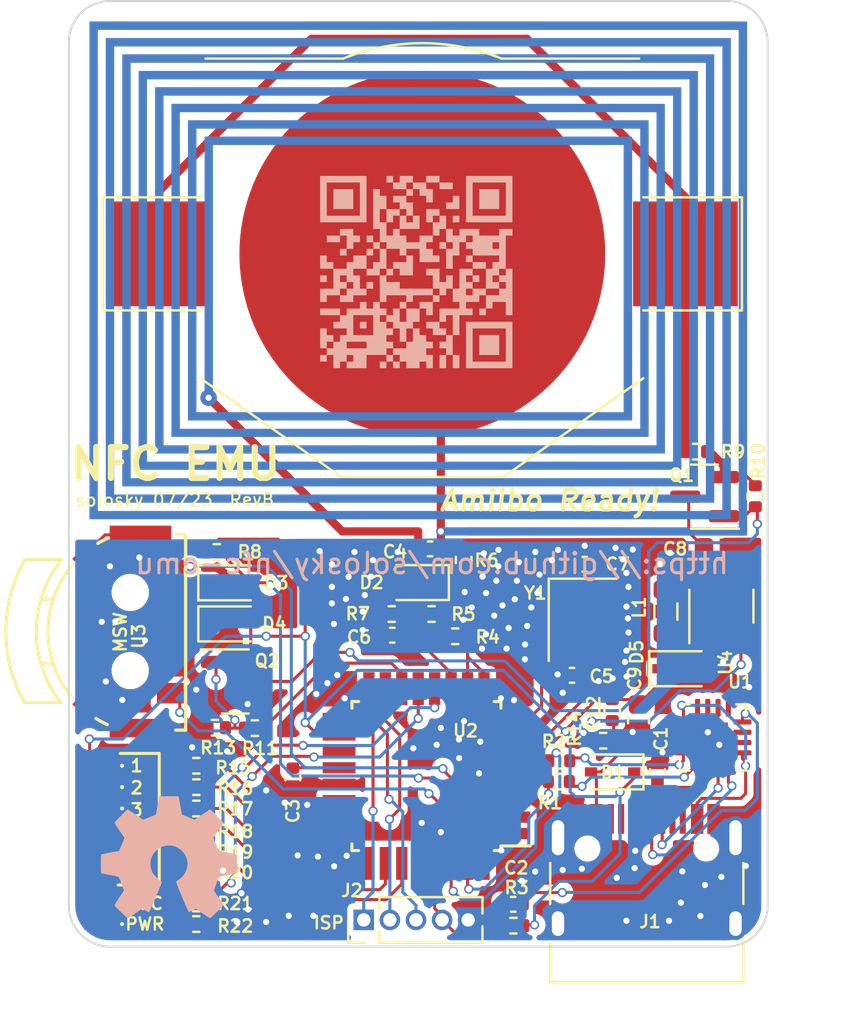
<source format=kicad_pcb>
(kicad_pcb (version 20211014) (generator pcbnew)
  (layers (0 "F.Cu" signal) (31 "B.Cu" signal) (34 "B.Paste" user) (35 "F.Paste" user) (36 "B.SilkS" user "B.Silkscreen") (37 "F.SilkS" user "F.Silkscreen") (38 "B.Mask" user) (39 "F.Mask" user) (44 "Edge.Cuts" user))
  (net 0 "")
  (net 1 "GND")
  (net 2 "/AIN1")
  (net 3 "Net-(C3-Pad1)")
  (net 4 "+BATT")
  (net 5 "Net-(C7-Pad1)")
  (net 6 "Net-(C1-Pad1)")
  (net 7 "+5V")
  (net 8 "/SPI_CLK")
  (net 9 "/SPI_MOSI")
  (net 10 "/SPI_MISO")
  (net 11 "/RESET")
  (net 12 "/AIN0")
  (net 13 "Net-(C5-Pad1)")
  (net 14 "Net-(AE1-Pad2)")
  (net 15 "/K2")
  (net 16 "VBUS")
  (net 17 "Net-(D4-Pad2)")
  (net 18 "Net-(D2-Pad1)")
  (net 19 "Net-(D6-Pad1)")
  (net 20 "Net-(D7-Pad1)")
  (net 21 "Net-(D8-Pad1)")
  (net 22 "Net-(D9-Pad1)")
  (net 23 "Net-(D10-Pad1)")
  (net 24 "Net-(D11-Pad1)")
  (net 25 "Net-(D12-Pad1)")
  (net 26 "Net-(Q2-Pad1)")
  (net 27 "/PWR_HOLD")
  (net 28 "/TXD")
  (net 29 "/D1")
  (net 30 "/RXD")
  (net 31 "/D2")
  (net 32 "/D3")
  (net 33 "/D4")
  (net 34 "/D5")
  (net 35 "/D5+")
  (net 36 "/D_STA")
  (net 37 "/K1")
  (net 38 "/K3")
  (net 39 "Net-(D5-Pad2)")
  (net 40 "Net-(D13-Pad1)")
  (net 41 "/K2_DET")
  (net 42 "/DTR")
  (net 44 "/D+")
  (net 45 "/D-")
  (net 49 "Net-(Q1-Pad2)")
  (net 50 "Net-(R1-Pad2)")
  (net 51 "Net-(R2-Pad2)")
  (net 52 "Net-(R12-Pad2)")
  (net 61 "Net-(U3-Pad5)")
  (net 63 "Net-(C8-Pad1)")
  (footprint "LED_SMD:LED_0402_1005Metric" (layer "F.Cu") (at 121.5 108.24 180)
    (fp_text reference "D7" hide)
    (fp_text value "LED_Small")
  )
  (footprint "Capacitor_SMD:C_0402_1005Metric" (layer "F.Cu") (at 137.58 96.65)
    (fp_text reference "C4")
    (fp_text value "51p")
  )
  (footprint "Resistor_SMD:R_0402_1005Metric" (layer "F.Cu") (at 127.2 96.8 180)
    (fp_text reference "R8")
    (fp_text value "10K")
  )
  (footprint "Connector_USB:USB_C_Receptacle_HRO_TYPE-C-31-M-12" (layer "F.Cu") (at 148.12 113.83)
    (fp_text reference "J1")
    (fp_text value "USB_C_Receptacle_USB2.0")
  )
  (footprint "LED_SMD:LED_0402_1005Metric" (layer "F.Cu") (at 121.5 113.9 180)
    (fp_text reference "D12" hide)
    (fp_text value "LED_Small")
  )
  (footprint "LED_SMD:LED_0402_1005Metric" (layer "F.Cu") (at 121.5 112.4 180)
    (fp_text reference "D11" hide)
    (fp_text value "LED_Small")
  )
  (footprint "Resistor_SMD:R_0402_1005Metric" (layer "F.Cu") (at 126.2 114.9 180)
    (fp_text reference "R22")
    (fp_text value "20K")
  )
  (footprint "Resistor_SMD:R_0402_1005Metric" (layer "F.Cu") (at 141.63 114.98)
    (fp_text reference "R3")
    (fp_text value "10K")
  )
  (footprint "Capacitor_SMD:C_0402_1005Metric" (layer "F.Cu") (at 141.62 113.94 180)
    (fp_text reference "C2")
    (fp_text value "0.1uF")
  )
  (footprint "Resistor_SMD:R_0402_1005Metric" (layer "F.Cu") (at 126.2 113.9 180)
    (fp_text reference "R21")
    (fp_text value "20K")
  )
  (footprint "Package_TO_SOT_SMD:SOT-23" (layer "F.Cu") (at 128.1 103.1)
    (fp_text reference "Q2")
    (fp_text value "Q_NPN_BEC")
  )
  (footprint "Diode_SMD:D_SOD-323" (layer "F.Cu") (at 149.74 102.48)
    (fp_text reference "D5")
    (fp_text value "D_Small")
  )
  (footprint "Diode_SMD:D_SOD-323" (layer "F.Cu") (at 127.8 100.3)
    (fp_text reference "D4")
    (fp_text value "D_Small")
  )
  (footprint "Package_DFN_QFN:QFN-16-1EP_3x3mm_P0.5mm_EP1.45x1.45mm" (layer "F.Cu") (at 151.34 105.82)
    (fp_text reference "U1")
    (fp_text value "CH343P")
  )
  (footprint "Resistor_SMD:R_0402_1005Metric" (layer "F.Cu") (at 126.2 110.32 180)
    (fp_text reference "R18")
    (fp_text value "20K")
  )
  (footprint "Resistor_SMD:R_0402_1005Metric" (layer "F.Cu") (at 138.8 100.9 180)
    (fp_text reference "R4")
    (fp_text value "470")
  )
  (footprint "Resistor_SMD:R_0402_1005Metric" (layer "F.Cu") (at 146.44 104.49 -90)
    (fp_text reference "R12")
    (fp_text value "560K")
  )
  (footprint "Resistor_SMD:R_0402_1005Metric" (layer "F.Cu") (at 126.2 108.24 180)
    (fp_text reference "R16")
    (fp_text value "20K")
  )
  (footprint "Package_TO_SOT_SMD:TSOT-23-6" (layer "F.Cu") (at 151.75 99.44 90)
    (fp_text reference "U4")
    (fp_text value "SX1308")
  )
  (footprint "LED_SMD:LED_0402_1005Metric" (layer "F.Cu") (at 121.5 110.32 180)
    (fp_text reference "D9" hide)
    (fp_text value "LED_Small")
  )
  (footprint "Capacitor_SMD:C_0402_1005Metric" (layer "F.Cu") (at 144.48 102.8 180)
    (fp_text reference "C5")
    (fp_text value "22pF")
  )
  (footprint "LED_SMD:LED_0402_1005Metric" (layer "F.Cu") (at 121.5 114.9 180)
    (fp_text reference "D13" hide)
    (fp_text value "LED_Small")
  )
  (footprint "Battery:BatteryHolder_Keystone_3002_1x2032" (layer "F.Cu") (at 137.2 82.3)
    (fp_text reference "BT1" hide)
    (fp_text value "Battery_Cell")
  )
  (footprint "Capacitor_SMD:C_0402_1005Metric" (layer "F.Cu") (at 145.1 97.4)
    (fp_text reference "C7")
    (fp_text value "22pF")
  )
  (footprint "Resistor_SMD:R_0402_1005Metric" (layer "F.Cu") (at 143.84 107.97)
    (fp_text reference "R1")
    (fp_text value "470")
  )
  (footprint "LED_SMD:LED_0402_1005Metric" (layer "F.Cu") (at 121.5 109.28 180)
    (fp_text reference "D8" hide)
    (fp_text value "LED_Small")
  )
  (footprint "Capacitor_SMD:C_0402_1005Metric" (layer "F.Cu") (at 135.74 100.85 180)
    (fp_text reference "C6")
    (fp_text value "10nF")
  )
  (footprint "Diode_SMD:D_SOD-323" (layer "F.Cu") (at 136.99 98.29 180)
    (fp_text reference "D2")
    (fp_text value "D_Small")
  )
  (footprint "Resistor_SMD:R_0402_1005Metric" (layer "F.Cu") (at 137.65 99.82)
    (fp_text reference "R5")
    (fp_text value "20K")
  )
  (footprint "Diode_SMD:D_SOD-323" (layer "F.Cu") (at 127.8 98.3)
    (fp_text reference "D3")
    (fp_text value "D_Small")
  )
  (footprint "Diode_SMD:D_SOD-323" (layer "F.Cu") (at 146.46 107.5 180)
    (fp_text reference "D1")
    (fp_text value "1N5819")
  )
  (footprint "Resistor_SMD:R_0402_1005Metric" (layer "F.Cu") (at 126.2 112.4 180)
    (fp_text reference "R20")
    (fp_text value "20K")
  )
  (footprint "Resistor_SMD:R_0402_1005Metric" (layer "F.Cu") (at 126.2 111.36 180)
    (fp_text reference "R19")
    (fp_text value "20K")
  )
  (footprint "LED_SMD:LED_0402_1005Metric" (layer "F.Cu") (at 121.5 111.36 180)
    (fp_text reference "D10" hide)
    (fp_text value "LED_Small")
  )
  (footprint "Package_QFP:TQFP-32_7x7mm_P0.8mm" (layer "F.Cu") (at 137.4 107.7 180)
    (fp_text reference "U2")
    (fp_text value "ATmega328P-A")
  )
  (footprint "Capacitor_SMD:C_0603_1608Metric" (layer "F.Cu") (at 147.72 104.995 -90)
    (fp_text reference "C9")
    (fp_text value "10uF")
  )
  (footprint "Capacitor_SMD:C_0402_1005Metric" (layer "F.Cu") (at 130.9 107.8 -90)
    (fp_text reference "C3")
    (fp_text value "0.1uF")
  )
  (footprint "Connector_PinHeader_1.27mm:PinHeader_1x05_P1.27mm_Vertical" (layer "F.Cu") (at 134.35 114.7 90)
    (fp_text reference "J2")
    (fp_text value "Conn_01x05")
  )
  (footprint "Resistor_SMD:R_0402_1005Metric" (layer "F.Cu") (at 150.52 91.92 180)
    (fp_text reference "R9")
    (fp_text value "0")
  )
  (footprint "Resistor_SMD:R_0402_1005Metric" (layer "F.Cu") (at 126.2 107.2 180)
    (fp_text reference "R15")
    (fp_text value "20K")
  )
  (footprint "Resistor_SMD:R_0402_1005Metric" (layer "F.Cu") (at 143.86 106.96)
    (fp_text reference "R2")
    (fp_text value "470")
  )
  (footprint "Capacitor_SMD:C_0402_1005Metric" (layer "F.Cu") (at 148.64 107.48 90)
    (fp_text reference "C1")
    (fp_text value "0.1uF")
  )
  (footprint "Capacitor_SMD:C_0603_1608Metric" (layer "F.Cu") (at 151.68 96.6)
    (fp_text reference "C8")
    (fp_text value "10uF")
  )
  (footprint "LED_SMD:LED_0402_1005Metric" (layer "F.Cu") (at 121.5 107.2 180)
    (fp_text reference "D6" hide)
    (fp_text value "LED_Small")
  )
  (footprint "Resistor_SMD:R_0402_1005Metric" (layer "F.Cu") (at 139.21 97.19 -90)
    (fp_text reference "R6")
    (fp_text value "2K")
  )
  (footprint "MyLib:MSW" (layer "F.Cu") (at 123.9865 100.67 90)
    (fp_text reference "U3")
    (fp_text value "MSW")
  )
  (footprint "Resistor_SMD:R_0402_1005Metric" (layer "F.Cu") (at 129.05 105.37)
    (fp_text reference "R11")
    (fp_text value "1K")
  )
  (footprint "Inductor_SMD:L_0805_2012Metric" (layer "F.Cu") (at 149.05 99.7 90)
    (fp_text reference "L1")
    (fp_text value "4.7uH")
  )
  (footprint "Crystal:Crystal_SMD_3225-4Pin_3.2x2.5mm" (layer "F.Cu") (at 145 100.1 -90)
    (fp_text reference "Y1")
    (fp_text value "13.56Mhz")
  )
  (footprint "Resistor_SMD:R_0402_1005Metric" (layer "F.Cu") (at 126.2 109.28 180)
    (fp_text reference "R17")
    (fp_text value "20K")
  )
  (footprint "Resistor_SMD:R_0402_1005Metric" (layer "F.Cu") (at 127.11 105.35)
    (fp_text reference "R13")
    (fp_text value "10K")
  )
  (footprint "Resistor_SMD:R_0402_1005Metric" (layer "F.Cu") (at 153.4 94.09 90)
    (fp_text reference "R10")
    (fp_text value "10K")
  )
  (footprint "Package_TO_SOT_SMD:SOT-23" (layer "F.Cu") (at 150.93 94.11 180)
    (fp_text reference "Q1")
    (fp_text value "AO3401A")
  )
  (footprint "Resistor_SMD:R_0402_1005Metric" (layer "F.Cu") (at 135.71 99.82)
    (fp_text reference "R7")
    (fp_text value "20K")
  )
  (footprint "Resistor_SMD:R_0402_1005Metric" (layer "F.Cu") (at 146 105.98)
    (fp_text reference "R14")
    (fp_text value "100K")
  )
  (footprint "Symbol:OSHW-Symbol_6.7x6mm_SilkScreen" (layer "B.Cu") (at 124.879251 111.663905 180)
    (fp_text reference "REF**" hide)
    (fp_text value "OSHW-Symbol_6.7x6mm_SilkScreen" hide)
  )
  (footprint "MyLib:nfc_emu" (layer "B.Cu") (at 136.91 83.18 180)
    (fp_text reference "G***" hide)
    (fp_text value "LOGO" hide)
  )
  (footprint "MyLib:NFC_ANT2" (layer "B.Cu") (at 137 83 180)
    (fp_text reference "AE1" hide)
    (fp_text value "Antenna_Loop" hide)
  )
  (gr_line (start 124.2 106.6) (end 124.4 106.6) (layer "F.SilkS") (width 0.15))
  (gr_line (start 124.4 113) (end 122.4 113) (layer "F.SilkS") (width 0.15))
  (gr_line (start 122.5 106.6) (end 124.2 106.6) (layer "F.SilkS") (width 0.15))
  (gr_line (start 124.4 106.6) (end 124.4 113) (layer "F.SilkS") (width 0.15))
  (gr_line (start 122 116) (end 152 116) (layer "Edge.Cuts") (width 0.1))
  (gr_arc (start 122 116) (mid 120.585786 115.414214) (end 120 114) (layer "Edge.Cuts") (width 0.1))
  (gr_line (start 152 70) (end 122 70) (layer "Edge.Cuts") (width 0.1))
  (gr_arc (start 120 72) (mid 120.585786 70.585786) (end 122 70) (layer "Edge.Cuts") (width 0.1))
  (gr_line (start 154 114) (end 154 72) (layer "Edge.Cuts") (width 0.1))
  (gr_arc (start 154 114) (mid 153.414214 115.414214) (end 152 116) (layer "Edge.Cuts") (width 0.1))
  (gr_arc (start 152 70) (mid 153.414214 70.585786) (end 154 72) (layer "Edge.Cuts") (width 0.1))
  (gr_line (start 120 72) (end 120 114) (layer "Edge.Cuts") (width 0.1))
  (gr_text "https://github.com/solosky/nfc-emu" (at 137.67 97.36) (layer "B.SilkS") (effects (font (size 1 1)) (justify mirror)))
  (gr_text "PWR" (at 123.7 114.9) (layer "F.SilkS") (effects (font (size 0.6 0.6) (thickness 0.12))))
  (gr_text "ISP" (at 132.65 114.84) (layer "F.SilkS") (effects (font (size 0.6 0.6) (thickness 0.12))))
  (gr_text "2" (at 123.3 108.275) (layer "F.SilkS") (effects (font (size 0.6 0.6) (thickness 0.12))))
  (gr_text "3" (at 123.3 109.35) (layer "F.SilkS") (effects (font (size 0.6 0.6) (thickness 0.12))))
  (gr_text "NFC" (at 123.7 113.9) (layer "F.SilkS") (effects (font (size 0.6 0.6) (thickness 0.12))))
  (gr_text "solosky 07/23" (at 123.66 94.28) (layer "F.SilkS") (effects (font (size 0.6 0.6) (thickness 0.1))))
  (gr_text "5" (at 123.3 111.5) (layer "F.SilkS") (effects (font (size 0.6 0.6) (thickness 0.12))))
  (gr_text "5+" (at 123.5 112.5) (layer "F.SilkS") (effects (font (size 0.6 0.6) (thickness 0.12))))
  (gr_text "4" (at 123.3 110.425) (layer "F.SilkS") (effects (font (size 0.6 0.6) (thickness 0.12))))
  (gr_text "Amiibo Ready!" (at 143.4 94.28) (layer "F.SilkS") (effects (font (size 1 1) (thickness 0.2) italic)))
  (gr_text "1" (at 123.3 107.2) (layer "F.SilkS") (effects (font (size 0.6 0.6) (thickness 0.12))))
  (gr_text "RevB" (at 128.9 94.26) (layer "F.SilkS") (effects (font (size 0.6 0.6) (thickness 0.1))))
  (gr_text "NFC EMU" (at 125.19 92.52) (layer "F.SilkS") (effects (font (size 1.5 1.5) (thickness 0.3))))
  (segment (start 127.1625 104.05) (end 126.75 104.05) (width 0.15) (layer "F.Cu") (net 1))
  (segment (start 148.64 107) (end 148.64 106.7864) (width 0.15) (layer "F.Cu") (net 1))
  (segment (start 126.6 105.35) (end 126.6 104.6125) (width 0.15) (layer "F.Cu") (net 1))
  (segment (start 151.09 105.57) (end 151.34 105.82) (width 0.15) (layer "F.Cu") (net 1))
  (segment (start 144.87 109.785) (end 144.715 109.785) (width 0.15) (layer "F.Cu") (net 1))
  (segment (start 152.285 110.7) (end 151.37 109.785) (width 0.15) (layer "F.Cu") (net 1))
  (segment (start 138.1 96.32) (end 138.1 96.61) (width 0.4) (layer "F.Cu") (net 1))
  (segment (start 152.44 110.7) (end 152.285 110.7) (width 0.15) (layer "F.Cu") (net 1))
  (segment (start 126.6 104.6125) (end 127.1625 104.05) (width 0.15) (layer "F.Cu") (net 1))
  (segment (start 138.1 83.2) (end 137.2 82.3) (width 0.15) (layer "F.Cu") (net 1))
  (segment (start 126.75 104.05) (end 126.2 103.5) (width 0.15) (layer "F.Cu") (net 1))
  (segment (start 138.1 95.8) (end 138.1 96.32) (width 0.4) (layer "F.Cu") (net 1))
  (segment (start 138.1 96.61) (end 138.06 96.65) (width 0.15) (layer "F.Cu") (net 1))
  (segment (start 149.9025 105.57) (end 151.09 105.57) (width 0.15) (layer "F.Cu") (net 1))
  (segment (start 148.64 106.7864) (end 148.8832 106.5432) (width 0.15) (layer "F.Cu") (net 1))
  (segment (start 138.1 95.8) (end 138.1 83.2) (width 0.4) (layer "F.Cu") (net 1))
  (segment (start 144.715 109.785) (end 143.8 110.7) (width 0.15) (layer "F.Cu") (net 1))
  (via (at 132.8 98.5) (size 0.45) (drill 0.3) (layers "F.Cu" "B.Cu") (net 1))
  (via (at 132.9 100.3) (size 0.45) (drill 0.3) (layers "F.Cu" "B.Cu") (net 1))
  (via (at 147.44 96.68) (size 0.45) (drill 0.3) (layers "F.Cu" "B.Cu") (net 1))
  (via (at 122.26 100.18) (size 0.45) (drill 0.3) (layers "F.Cu" "B.Cu") (net 1))
  (via (at 141.9 97.3) (size 0.45) (drill 0.3) (layers "F.Cu" "B.Cu") (net 1))
  (via (at 134.7 98) (size 0.45) (drill 0.3) (layers "F.Cu" "B.Cu") (net 1))
  (via (at 147.13 99.46) (size 0.45) (drill 0.3) (layers "F.Cu" "B.Cu") (net 1))
  (via (at 132.8 97.4) (size 0.45) (drill 0.3) (layers "F.Cu" "B.Cu") (net 1))
  (via (at 131.9 114.5) (size 0.45) (drill 0.3) (layers "F.Cu" "B.Cu") (net 1))
  (via (at 147.2 100.03) (size 0.45) (drill 0.3) (layers "F.Cu" "B.Cu") (net 1))
  (via (at 131.6 109.1) (size 0.45) (drill 0.3) (layers "F.Cu" "B.Cu") (net 1))
  (via (at 122.6 104) (size 0.45) (drill 0.3) (layers "F.Cu" "B.Cu") (net 1))
  (via (at 123.7 101.1) (size 0.45) (drill 0.3) (layers "F.Cu" "B.Cu") (net 1))
  (via (at 139.2 100.1) (size 0.45) (drill 0.3) (layers "F.Cu" "B.Cu") (net 1))
  (via (at 134.8 97.2) (size 0.45) (drill 0.3) (layers "F.Cu" "B.Cu") (net 1))
  (via (at 142.2 101.3) (size 0.45) (drill 0.3) (layers "F.Cu" "B.Cu") (net 1))
  (via (at 138.98 105.92) (size 0.45) (drill 0.3) (layers "F.Cu" "B.Cu") (net 1))
  (via (at 140.02 106.03) (size 0.45) (drill 0.3) (layers "F.Cu" "B.Cu") (net 1))
  (via (at 141.3 101.5) (size 0.45) (drill 0.3) (layers "F.Cu" "B.Cu") (net 1))
  (via (at 134.4 98.9) (size 0.45) (drill 0.3) (layers "F.Cu" "B.Cu") (net 1))
  (via (at 128.72 114.19) (size 0.45) (drill 0.3) (layers "F.Cu" "B.Cu") (net 1))
  (via (at 121.6 100.2) (size 0.45) (drill 0.3) (layers "F.Cu" "B.Cu") (net 1))
  (via (at 134.3 99.7) (size 0.45) (drill 0.3) (layers "F.Cu" "B.Cu") (net 1))
  (via (at 142.5 99.5) (size 0.45) (drill 0.3) (layers "F.Cu" "B.Cu") (net 1))
  (via (at 128.4 113.4) (size 0.45) (drill 0.3) (layers "F.Cu" "B.Cu") (net 1))
  (via (at 142.69 112.35) (size 0.45) (drill 0.3) (layers "F.Cu" "B.Cu") (net 1))
  (via (at 140.9 97.5) (size 0.45) (drill 0.3) (layers "F.Cu" "B.Cu") (net 1))
  (via (at 141.1 99.4) (size 0.45) (drill 0.3) (layers "F.Cu" "B.Cu") (net 1))
  (via (at 147.23 100.72) (size 0.45) (drill 0.3) (layers "F.Cu" "B.Cu") (net 1))
  (via (at 151.65 106.18) (size 0.45) (drill 0.3) (layers "F.Cu" "B.Cu") (net 1))
  (via (at 146.66 112.65) (size 0.45) (drill 0.3) (layers "F.Cu" "B.Cu") (net 1))
  (via (at 153.1 103.38) (size 0.45) (drill 0.3) (layers "F.Cu" "B.Cu") (net 1))
  (via (at 126 106.3) (size 0.45) (drill 0.3) (layers "F.Cu" "B.Cu") (net 1))
  (via (at 144.03 103.65) (size 0.45) (drill 0.3) (layers "F.Cu" "B.Cu") (net 1))
  (via (at 140.13 98) (size 0.45) (drill 0.3) (layers "F.Cu" "B.Cu") (net 1))
  (via (at 149.2 114.74) (size 0.45) (drill 0.3) (layers "F.Cu" "B.Cu") (net 1))
  (via (at 142.9 97.9) (size 0.45) (drill 0.3) (layers "F.Cu" "B.Cu") (net 1))
  (via (at 150.95 113) (size 0.45) (drill 0.3) (layers "F.Cu" "B.Cu") (net 1))
  (via (at 130.7 114.5) (size 0.45) (drill 0.3) (layers "F.Cu" "B.Cu") (net 1))
  (via (at 140.1 101.5) (size 0.45) (drill 0.3) (layers "F.Cu" "B.Cu") (net 1))
  (via (at 131.13 111.56) (size 0.45) (drill 0.3) (layers "F.Cu" "B.Cu") (net 1))
  (via (at 142.3 100.4) (size 0.45) (drill 0.3) (layers "F.Cu" "B.Cu") (net 1))
  (via (at 128.7 104.2) (size 0.45) (drill 0.3) (layers "F.Cu" "B.Cu") (net 1))
  (via (at 145.1 96.5) (size 0.45) (drill 0.3) (layers "F.Cu" "B.Cu") (net 1))
  (via (at 147.06 102.15) (size 0.45) (drill 0.3) (layers "F.Cu" "B.Cu") (net 1))
  (via (at 142.19 102.02) (size 0.45) (drill 0.3) (layers "F.Cu" "B.Cu") (net 1))
  (via (at 133.9 96.8) (size 0.45) (drill 0.3) (layers "F.Cu" "B.Cu") (net 1))
  (via (at 122 97.5) (size 0.45) (drill 0.3) (layers "F.Cu" "B.Cu") (net 1))
  (via (at 144.96 112.21) (size 0.45) (drill 0.3) (layers "F.Cu" "B.Cu") (net 1))
  (via (at 133.48 99.09) (size 0.45) (drill 0.3) (layers "F.Cu" "B.Cu") (net 1))
  (via (at 141.8 98.2) (size 0.45) (drill 0.3) (layers "F.Cu" "B.Cu") (net 1))
  (via (at 140.3 98.8) (size 0.45) (drill 0.3) (layers "F.Cu" "B.Cu") (net 1))
  (via (at 138.1 95.8) (size 0.45) (drill 0.3) (layers "F.Cu" "B.Cu") (net 1))
  (via (at 127.7 106.5) (size 0.45) (drill 0.3) (layers "F.Cu" "B.Cu") (net 1))
  (via (at 141.66 104.01) (size 0.45) (drill 0.3) (layers "F.Cu" "B.Cu") (net 1))
  (via (at 141.7 99.1) (size 0.45) (drill 0.3) (layers "F.Cu" "B.Cu") (net 1))
  (via (at 146.95 97.16) (size 0.45) (drill 0.3) (layers "F.Cu" "B.Cu") (net 1))
  (via (at 140.3 100.8) (size 0.45) (drill 0.3) (layers "F.Cu" "B.Cu") (net 1))
  (via (at 139.6 99.5) (size 0.45) (drill 0.3) (layers "F.Cu" "B.Cu") (net 1))
  (via (at 134.3 100.6) (size 0.45) (drill 0.3) (layers "F.Cu" "B.Cu") (net 1))
  (via (at 144.03 112.27) (size 0.45) (drill 0.3) (layers "F.Cu" "B.Cu") (net 1))
  (via (at 151.09 105.57) (size 0.45) (drill 0.3) (layers "F.Cu" "B.Cu") (net 1))
  (via (at 139.23 105.03) (size 0.45) (drill 0.3) (layers "F.Cu" "B.Cu") (net 1))
  (via (at 147.13 101.6005) (size 0.45) (drill 0.3) (layers "F.Cu" "B.Cu") (net 1))
  (via (at 142.8 98.8) (size 0.45) (drill 0.3) (layers "F.Cu" "B.Cu") (net 1))
  (via (at 147.43 105.56) (size 0.45) (drill 0.3) (layers "F.Cu" "B.Cu") (net 1))
  (via (at 137.17 109.98) (size 0.45) (drill 0.3) (layers "F.Cu" "B.Cu") (net 1))
  (via (at 141.02 103.92) (size 0.45) (drill 0.3) (layers "F.Cu" "B.Cu") (net 1))
  (via (at 132.8 99.3) (size 0.45) (drill 0.3) (layers "F.Cu" "B.Cu") (net 1))
  (via (at 141.4 100.5) (size 0.45) (drill 0.3) (layers "F.Cu" "B.Cu") (net 1))
  (via (at 151.75 112.61) (size 0.45) (drill 0.3) (layers "F.Cu" "B.Cu") (net 1))
  (via (at 140.8 98.2) (size 0.45) (drill 0.3) (layers "F.Cu" "B.Cu") (net 1))
  (via (at 132.12 111.62) (size 0.45) (drill 0.3) (layers "F.Cu" "B.Cu") (net 1))
  (via (at 143.5 97.2) (size 0.45) (drill 0.3) (layers "F.Cu" "B.Cu") (net 1))
  (via (at 130.5 109) (size 0.45) (drill 0.3) (layers "F.Cu" "B.Cu") (net 1))
  (via (at 132.2 96.76) (size 0.45) (drill 0.3) (layers "F.Cu" "B.Cu") (net 1))
  (via (at 136.76 106.35) (size 0.45) (drill 0.3) (layers "F.Cu" "B.Cu") (net 1))
  (via (at 126.2 103.5) (size 0.45) (drill 0.3) (layers "F.Cu" "B.Cu") (net 1))
  (via (at 140.19 96.87) (size 0.45) (drill 0.3) (layers "F.Cu" "B.Cu") (net 1))
  (via (at 138.99 106.83) (size 0.45) (drill 0.3) (layers "F.Cu" "B.Cu") (net 1))
  (via (at 147.56 111.34) (size 0.45) (drill 0.3) (layers "F.Cu" "B.Cu") (net 1))
  (via (at 133.61 98.01) (size 0.45) (drill 0.3) (layers "F.Cu" "B.Cu") (net 1))
  (via (at 151.83 102.15) (size 0.45) (drill 0.3) (layers "F.Cu" "B.Cu") (net 1))
  (via (at 143.78 102.76) (size 0.45) (drill 0.3) (layers "F.Cu" "B.Cu") (net 1))
  (via (at 140.9 96.7) (size 0.45) (drill 0.3) (layers "F.Cu" "B.Cu") (net 1))
  (via (at 152.94 112.07) (size 0.45) (drill 0.3) (layers "F.Cu" "B.Cu") (net 1))
  (via (at 129.6 114.8) (size 0.45) (drill 0.3) (layers "F.Cu" "B.Cu") (net 1))
  (via (at 129.6 108.4) (size 0.45) (drill 0.3) (layers "F.Cu" "B.Cu") (net 1))
  (via (at 146.6 96.6) (size 0.45) (drill 0.3) (layers "F.Cu" "B.Cu") (net 1))
  (via (at 138.1 110.43) (size 0.45) (drill 0.3) (layers "F.Cu" "B.Cu") (net 1))
  (via (at 147.13 114.74) (size 0.45) (drill 0.3) (layers "F.Cu" "B.Cu") (net 1))
  (via (at 149.78 113.86) (size 0.45) (drill 0.3) (layers "F.Cu" "B.Cu") (net 1))
  (via (at 141.04 111.32) (size 0.45) (drill 0.3) (layers "F.Cu" "B.Cu") (net 1))
  (via (at 149.25 96.85) (size 0.45) (drill 0.3) (layers "F.Cu" "B.Cu") (net 1))
  (via (at 142.7 96.8) (size 0.45) (drill 0.3) (layers "F.Cu" "B.Cu") (net 1))
  (via (at 137.9 106.18) (size 0.45) (drill 0.3) (layers "F.Cu" "B.Cu") (net 1))
  (via (at 132.91 112.09) (size 0.45) (drill 0.3) (layers "F.Cu" "B.Cu") (net 1))
  (via (at 147.13 97.82) (size 0.45) (drill 0.3) (layers "F.Cu" "B.Cu") (net 1))
  (via (at 133.52 111.58) (size 0.45) (drill 0.3) (layers "F.Cu" "B.Cu") (net 1))
  (via (at 132.58 103.18) (size 0.45) (drill 0.3) (layers "F.Cu" "B.Cu") (net 1))
  (via (at 133.06 102.79) (size 0.45) (drill 0.3) (layers "F.Cu" "B.Cu") (net 1))
  (via (at 132.04 103.71) (size 0.45) (drill 0.3) (layers "F.Cu" "B.Cu") (net 1))
  (via (at 121.8 103.1) (size 0.45) (drill 0.3) (layers "F.Cu" "B.Cu") (net 1))
  (via (at 128.17 114.79) (size 0.45) (drill 0.3) (layers "F.Cu" "B.Cu") (net 1))
  (via (at 146.46 102.95) (size 0.45) (drill 0.3) (layers "F.Cu" "B.Cu") (net 1))
  (via (at 138.1 105.36) (size 0.45) (drill 0.3) (layers "F.Cu" "B.Cu") (net 1))
  (via (at 133.42 103.92) (size 0.45) (drill 0.3) (layers "F.Cu" "B.Cu") (net 1))
  (via (at 142.04 112.8) (size 0.45) (drill 0.3) (layers "F.Cu" "B.Cu") (net 1))
  (via (at 150.73 114.51) (size 0.45) (drill 0.3) (layers "F.Cu" "B.Cu") (net 1))
  (via (at 148.75 97.37) (size 0.45) (drill 0.3) (layers "F.Cu" "B.Cu") (net 1))
  (via (at 145.04 105.6) (size 0.45) (drill 0.3) (layers "F.Cu" "B.Cu") (net 1))
  (via (at 147.14 102.86) (size 0.45) (drill 0.3) (layers "F.Cu" "B.Cu") (net 1))
  (via (at 149.85 112.34) (size 0.45) (drill 0.3) (layers "F.Cu" "B.Cu") (net 1))
  (via (at 148.8832 106.5432) (size 0.45) (drill 0.3) (layers "F.Cu" "B.Cu") (net 1))
  (via (at 140.7 99.9) (size 0.45) (drill 0.3) (layers "F.Cu" "B.Cu") (net 1))
  (via (at 145.78 103.08) (size 0.45) (drill 0.3) (layers "F.Cu" "B.Cu") (net 1))
  (via (at 143.8 96.7) (size 0.45) (drill 0.3) (layers "F.Cu" "B.Cu") (net 1))
  (via (at 139.26 98.75) (size 0.45) (drill 0.3) (layers "F.Cu" "B.Cu") (net 1))
  (via (at 123.43 97.07) (size 0.45) (drill 0.3) (layers "F.Cu" "B.Cu") (net 1))
  (via (at 136 96.8) (size 0.45) (drill 0.3) (layers "F.Cu" "B.Cu") (net 1))
  (via (at 147.23 98.5) (size 0.45) (drill 0.3) (layers "F.Cu" "B.Cu") (net 1))
  (via (at 147.53 112.18) (size 0.45) (drill 0.3) (layers "F.Cu" "B.Cu") (net 1))
  (via (at 139.96 107.57) (size 0.45) (drill 0.3) (layers "F.Cu" "B.Cu") (net 1))
  (segment (start 139.5 95.8) (end 138.1 95.8) (width 0.4) (layer "B.Cu") (net 1))
  (segment (start 138.6 103.45) (end 138.6 102.7) (width 0.15) (layer "F.Cu") (net 2))
  (segment (start 136.75 100.85) (end 136.22 100.85) (width 0.15) (layer "F.Cu") (net 2))
  (segment (start 136.22 99.82) (end 137.14 99.82) (width 0.15) (layer "F.Cu") (net 2))
  (segment (start 138.6 102.7) (end 136.75 100.85) (width 0.15) (layer "F.Cu") (net 2))
  (segment (start 136.22 99.82) (end 136.22 100.85) (width 0.15) (layer "F.Cu") (net 2))
  (segment (start 130.92 107.3) (end 130.9 107.32) (width 0.15) (layer "F.Cu") (net 3))
  (segment (start 133.15 107.3) (end 130.92 107.3) (width 0.15) (layer "F.Cu") (net 3))
  (segment (start 131.8 71.84) (end 124.4 79.24) (width 0.4) (layer "F.Cu") (net 4))
  (segment (start 150 79.55) (end 142.29 71.84) (width 0.4) (layer "F.Cu") (net 4))
  (segment (start 142.29 71.84) (end 131.8 71.84) (width 0.4) (layer "F.Cu") (net 4))
  (segment (start 150 82.3) (end 150 79.55) (width 0.4) (layer "F.Cu") (net 4))
  (segment (start 124.4 79.24) (end 124.4 82.3) (width 0.4) (layer "F.Cu") (net 4))
  (segment (start 150 91.91) (end 150 82.3) (width 0.4) (layer "F.Cu") (net 4))
  (segment (start 144.62 98.53) (end 144.15 99) (width 0.15) (layer "F.Cu") (net 5))
  (segment (start 143 104.3) (end 142.4 104.9) (width 0.15) (layer "F.Cu") (net 5))
  (segment (start 144.15 99) (end 143 100.15) (width 0.15) (layer "F.Cu") (net 5))
  (segment (start 144.62 97.4) (end 144.62 98.53) (width 0.15) (layer "F.Cu") (net 5))
  (segment (start 142.4 104.9) (end 141.65 104.9) (width 0.15) (layer "F.Cu") (net 5))
  (segment (start 143 100.15) (end 143 104.3) (width 0.15) (layer "F.Cu") (net 5))
  (segment (start 151.09 107.2575) (end 151.09 107.672297) (width 0.15) (layer "F.Cu") (net 6))
  (segment (start 151.09 107.672297) (end 150.509981 108.252316) (width 0.15) (layer "F.Cu") (net 6))
  (segment (start 148.932316 108.252316) (end 148.64 107.96) (width 0.15) (layer "F.Cu") (net 6))
  (segment (start 150.509981 108.252316) (end 148.932316 108.252316) (width 0.15) (layer "F.Cu") (net 6))
  (segment (start 142.74 106.5) (end 143.19 106.05) (width 0.15) (layer "F.Cu") (net 7))
  (segment (start 147.48 103.98) (end 147.72 104.22) (width 0.15) (layer "F.Cu") (net 7))
  (segment (start 121.015 105.915) (end 121 105.9) (width 0.15) (layer "F.Cu") (net 7))
  (segment (start 133.15 105.7) (end 132.1 105.7) (width 0.15) (layer "F.Cu") (net 7))
  (segment (start 146.44 103.98) (end 145.65 103.98) (width 0.15) (layer "F.Cu") (net 7))
  (segment (start 148.69 103.25) (end 147.72 104.22) (width 0.15) (layer "F.Cu") (net 7))
  (segment (start 143.58 106.05) (end 145.65 103.98) (width 0.15) (layer "F.Cu") (net 7))
  (segment (start 146.44 103.98) (end 147.48 103.98) (width 0.15) (layer "F.Cu") (net 7))
  (segment (start 142.6 108.1) (end 142.74 107.96) (width 0.15) (layer "F.Cu") (net 7))
  (segment (start 142.74 107.96) (end 142.74 106.5) (width 0.15) (layer "F.Cu") (net 7))
  (segment (start 127.31 96.18) (end 126.69 96.8) (width 0.15) (layer "F.Cu") (net 7))
  (segment (start 142.18 114.94) (end 142.14 114.98) (width 0.15) (layer "F.Cu") (net 7))
  (segment (start 131.5 100.9) (end 131.5 97.5) (width 0.15) (layer "F.Cu") (net 7))
  (segment (start 131.5 100.9) (end 129.6 100.9) (width 0.15) (layer "F.Cu") (net 7))
  (segment (start 142.66 114.94) (end 142.18 114.94) (width 0.15) (layer "F.Cu") (net 7))
  (segment (start 141.65 106.5) (end 142.74 106.5) (width 0.15) (layer "F.Cu") (net 7))
  (segment (start 121.015 107.2) (end 121.015 105.915) (width 0.15) (layer "F.Cu") (net 7))
  (segment (start 130.18 96.18) (end 127.31 96.18) (width 0.15) (layer "F.Cu") (net 7))
  (segment (start 147.51 107.5) (end 147.51 107.79) (width 0.15) (layer "F.Cu") (net 7))
  (segment (start 147.51 107.79) (end 146.82 108.48) (width 0.15) (layer "F.Cu") (net 7))
  (segment (start 148.69 102.48) (end 148.69 103.25) (width 0.15) (layer "F.Cu") (net 7))
  (segment (start 143.19 106.05) (end 143.58 106.05) (width 0.15) (layer "F.Cu") (net 7))
  (segment (start 132.1 105.7) (end 131.5 105.1) (width 0.15) (layer "F.Cu") (net 7))
  (segment (start 141.65 108.1) (end 142.6 108.1) (width 0.15) (layer "F.Cu") (net 7))
  (segment (start 121.015 107.2) (end 121.015 114.9) (width 0.15) (layer "F.Cu") (net 7))
  (segment (start 131.5 97.5) (end 130.18 96.18) (width 0.15) (layer "F.Cu") (net 7))
  (via (at 121 105.9) (size 0.45) (drill 0.3) (layers "F.Cu" "B.Cu") (net 7))
  (via (at 131.5 105.1) (size 0.45) (drill 0.3) (layers "F.Cu" "B.Cu") (net 7))
  (via (at 142.66 114.94) (size 0.45) (drill 0.3) (layers "F.Cu" "B.Cu") (net 7))
  (via (at 129.6 100.9) (size 0.45) (drill 0.3) (layers "F.Cu" "B.Cu") (net 7))
  (via (at 144.1682 105.5382) (size 0.45) (drill 0.3) (layers "F.Cu" "B.Cu") (net 7))
  (via (at 131.5 100.9) (size 0.45) (drill 0.3) (layers "F.Cu" "B.Cu") (net 7))
  (via (at 146.82 108.48) (size 0.45) (drill 0.3) (layers "F.Cu" "B.Cu") (net 7))
  (segment (start 145.62848 112.67) (end 145.47848 112.82) (width 0.15) (layer "B.Cu") (net 7))
  (segment (start 121 105.9) (end 122.62635 105.9) (width 0.15) (layer "B.Cu") (net 7))
  (segment (start 144.39 108.46) (end 144.63 108.7) (width 0.15) (layer "B.Cu") (net 7))
  (segment (start 142.66 114.012893) (end 142.66 114.94) (width 0.15) (layer "B.Cu") (net 7))
  (segment (start 144.1182 105.5382) (end 144.1682 105.5382) (width 0.15) (layer "B.Cu") (net 7))
  (segment (start 146.82 111.47848) (end 145.62848 112.67) (width 0.15) (layer "B.Cu") (net 7))
  (segment (start 144.39 105.76) (end 144.39 108.46) (width 0.15) (layer "B.Cu") (net 7))
  (segment (start 146.6 108.7) (end 146.82 108.48) (width 0.15) (layer "B.Cu") (net 7))
  (segment (start 122.62635 105.9) (end 127.62635 100.9) (width 0.15) (layer "B.Cu") (net 7))
  (segment (start 145.47848 112.82) (end 143.852893 112.82) (width 0.15) (layer "B.Cu") (net 7))
  (segment (start 131.5 105.1) (end 134.04 102.56) (width 0.15) (layer "B.Cu") (net 7))
  (segment (start 143.852893 112.82) (end 142.66 114.012893) (width 0.15) (layer "B.Cu") (net 7))
  (segment (start 141.14 102.56) (end 144.1182 105.5382) (width 0.15) (layer "B.Cu") (net 7))
  (segment (start 144.1682 105.5382) (end 144.39 105.76) (width 0.15) (layer "B.Cu") (net 7))
  (segment (start 131.5 100.9) (end 131.5 105.1) (width 0.15) (layer "B.Cu") (net 7))
  (segment (start 127.62635 100.9) (end 129.6 100.9) (width 0.15) (layer "B.Cu") (net 7))
  (segment (start 144.63 108.7) (end 146.6 108.7) (width 0.15) (layer "B.Cu") (net 7))
  (segment (start 134.04 102.56) (end 141.14 102.56) (width 0.15) (layer "B.Cu") (net 7))
  (segment (start 146.82 108.48) (end 146.82 111.47848) (width 0.15) (layer "B.Cu") (net 7))
  (segment (start 134.8 105.531372) (end 134.8 109.4) (width 0.15) (layer "F.Cu") (net 8))
  (segment (start 134.168628 104.9) (end 134.8 105.531372) (width 0.15) (layer "F.Cu") (net 8))
  (segment (start 133.15 104.9) (end 134.168628 104.9) (width 0.15) (layer "F.Cu") (net 8))
  (via (at 134.8 109.4) (size 0.45) (drill 0.3) (layers "F.Cu" "B.Cu") (net 8))
  (segment (start 134.8 113.33) (end 134.35 113.78) (width 0.15) (layer "B.Cu") (net 8))
  (segment (start 134.35 113.78) (end 134.35 114.5) (width 0.15) (layer "B.Cu") (net 8))
  (segment (start 134.8 109.4) (end 134.8 113.33) (width 0.15) (layer "B.Cu") (net 8))
  (segment (start 135.6 109.8) (end 136.1 109.3) (width 0.15) (layer "F.Cu") (net 9))
  (segment (start 136.1 105.7) (end 135.4 105) (width 0.15) (layer "F.Cu") (net 9))
  (segment (start 135.4 105) (end 135.4 103.45) (width 0.15) (layer "F.Cu") (net 9))
  (segment (start 136.1 109.3) (end 136.1 105.7) (width 0.15) (layer "F.Cu") (net 9))
  (via (at 135.6 109.8) (size 0.45) (drill 0.3) (layers "F.Cu" "B.Cu") (net 9))
  (segment (start 135.62 109.82) (end 135.62 114.5) (width 0.15) (layer "B.Cu") (net 9))
  (segment (start 135.6 109.8) (end 135.62 109.82) (width 0.15) (layer "B.Cu") (net 9))
  (segment (start 135.5755 108.830872) (end 135.5 108.755372) (width 0.15) (layer "F.Cu") (net 10))
  (segment (start 135.5 108.755372) (end 135.5 105.665686) (width 0.15) (layer "F.Cu") (net 10))
  (segment (start 134.6 104.765686) (end 134.6 103.45) (width 0.15) (layer "F.Cu") (net 10))
  (segment (start 135.5 105.665686) (end 134.6 104.765686) (width 0.15) (layer "F.Cu") (net 10))
  (via (at 135.5755 108.830872) (size 0.45) (drill 0.3) (layers "F.Cu" "B.Cu") (net 10))
  (segment (start 136.89 113.99) (end 136.89 114.5) (width 0.15) (layer "B.Cu") (net 10))
  (segment (start 135.5755 108.830872) (end 135.630872 108.830872) (width 0.15) (layer "B.Cu") (net 10))
  (segment (start 136.25 109.45) (end 136.25 113.35) (width 0.15) (layer "B.Cu") (net 10))
  (segment (start 136.25 113.35) (end 136.89 113.99) (width 0.15) (layer "B.Cu") (net 10))
  (segment (start 135.630872 108.830872) (end 136.25 109.45) (width 0.15) (layer "B.Cu") (net 10))
  (segment (start 137.8 114.14) (end 138.16 114.5) (width 0.15) (layer "F.Cu") (net 11))
  (segment (start 141.12 114.98) (end 141.12 113.96) (width 0.15) (layer "F.Cu") (net 11))
  (segment (start 138.97 115.51) (end 140.56 115.51) (width 0.15) (layer "F.Cu") (net 11))
  (segment (start 138.16 114.7) (end 138.97 115.51) (width 0.15) (layer "F.Cu") (net 11))
  (segment (start 137.8 111.95) (end 137.8 114.14) (width 0.15) (layer "F.Cu") (net 11))
  (segment (start 141.12 113.96) (end 141.14 113.94) (width 0.15) (layer "F.Cu") (net 11))
  (segment (start 140.56 115.51) (end 141.14 114.93) (width 0.15) (layer "F.Cu") (net 11))
  (segment (start 140.2 103.45) (end 140.2 102.7) (width 0.15) (layer "F.Cu") (net 12))
  (segment (start 139.4 101.07) (end 139.21 100.88) (width 0.15) (layer "F.Cu") (net 12))
  (segment (start 140.2 102.7) (end 139.4 101.9) (width 0.15) (layer "F.Cu") (net 12))
  (segment (start 139.4 103.45) (end 139.4 102.2) (width 0.15) (layer "F.Cu") (net 12))
  (segment (start 139.4 101.9) (end 139.4 102.2) (width 0.15) (layer "F.Cu") (net 12))
  (segment (start 139.4 102.2) (end 139.4 101.07) (width 0.15) (layer "F.Cu") (net 12))
  (segment (start 143.3 105.7) (end 144.96 104.04) (width 0.15) (layer "F.Cu") (net 13))
  (segment (start 145.85 101.91) (end 144.96 102.8) (width 0.15) (layer "F.Cu") (net 13))
  (segment (start 141.65 105.7) (end 143.3 105.7) (width 0.15) (layer "F.Cu") (net 13))
  (segment (start 144.96 104.04) (end 144.96 102.8) (width 0.15) (layer "F.Cu") (net 13))
  (segment (start 145.85 101.2) (end 145.85 101.91) (width 0.15) (layer "F.Cu") (net 13))
  (segment (start 137 95.8) (end 137 96.55) (width 0.4) (layer "F.Cu") (net 14))
  (segment (start 126.8 89.3) (end 133.3 95.8) (width 0.4) (layer "F.Cu") (net 14))
  (segment (start 137 96.55) (end 137.1 96.65) (width 0.15) (layer "F.Cu") (net 14))
  (segment (start 133.3 95.8) (end 137 95.8) (width 0.4) (layer "F.Cu") (net 14))
  (segment (start 137.1 96.65) (end 135.94 97.81) (width 0.15) (layer "F.Cu") (net 14))
  (segment (start 135.94 97.81) (end 135.94 98.29) (width 0.15) (layer "F.Cu") (net 14))
  (segment (start 126.75 98.69) (end 125.77 99.67) (width 0.15) (layer "F.Cu") (net 15))
  (segment (start 126.75 100.3) (end 126.46 100.3) (width 0.15) (layer "F.Cu") (net 15))
  (segment (start 125.77 99.67) (end 124.9365 99.67) (width 0.15) (layer "F.Cu") (net 15))
  (segment (start 126.75 98.3) (end 126.75 98.69) (width 0.15) (layer "F.Cu") (net 15))
  (segment (start 126.46 100.3) (end 125.83 99.67) (width 0.15) (layer "F.Cu") (net 15))
  (segment (start 125.83 99.67) (end 124.9365 99.67) (width 0.15) (layer "F.Cu") (net 15))
  (segment (start 152.93 108.55) (end 152.93 107.21) (width 0.15) (layer "F.Cu") (net 16))
  (segment (start 145.889828 107.5) (end 146.829828 106.56) (width 0.15) (layer "F.Cu") (net 16))
  (segment (start 152.93 107.21) (end 152.93 107.01) (width 0.15) (layer "F.Cu") (net 16))
  (segment (start 149.9025 105.07) (end 149.9025 104.3425) (width 0.15) (layer "F.Cu") (net 16))
  (segment (start 148.676093 106.0432) (end 148.676093 105.253907) (width 0.15) (layer "F.Cu") (net 16))
  (segment (start 149.9025 104.3425) (end 149.82 104.26) (width 0.15) (layer "F.Cu") (net 16))
  (segment (start 145.67 107.76) (end 145.41 107.5) (width 0.15) (layer "F.Cu") (net 16))
  (segment (start 147.96 106.56) (end 148.159293 106.56) (width 0.15) (layer "F.Cu") (net 16))
  (segment (start 152.695 108.785) (end 152.93 108.55) (width 0.15) (layer "F.Cu") (net 16))
  (segment (start 145.67 109.785) (end 145.67 107.76) (width 0.15) (layer "F.Cu") (net 16))
  (segment (start 148.159293 106.56) (end 148.676093 106.0432) (width 0.15) (layer "F.Cu") (net 16))
  (segment (start 152.7775 106.57) (end 152.7775 106.8575) (width 0.15) (layer "F.Cu") (net 16))
  (segment (start 148.86 105.07) (end 149.9025 105.07) (width 0.15) (layer "F.Cu") (net 16))
  (segment (start 148.676093 106.0432) (end 149.8757 106.0432) (width 0.15) (layer "F.Cu") (net 16))
  (segment (start 152.7775 106.8575) (end 152.93 107.01) (width 0.15) (layer "F.Cu") (net 16))
  (segment (start 146.829828 106.56) (end 147.96 106.56) (width 0.15) (layer "F.Cu") (net 16))
  (segment (start 149.8757 106.0432) (end 149.9025 106.07) (width 0.15) (layer "F.Cu") (net 16))
  (segment (start 148.676093 105.253907) (end 148.86 105.07) (width 0.15) (layer "F.Cu") (net 16))
  (segment (start 150.57 109.785) (end 150.57 109.01) (width 0.15) (layer "F.Cu") (net 16))
  (segment (start 150.57 109.01) (end 150.795 108.785) (width 0.15) (layer "F.Cu") (net 16))
  (segment (start 150.795 108.785) (end 152.695 108.785) (width 0.15) (layer "F.Cu") (net 16))
  (segment (start 145.41 107.5) (end 145.889828 107.5) (width 0.15) (layer "F.Cu") (net 16))
  (segment (start 147.96 106.56) (end 148.16 106.56) (width 0.15) (layer "F.Cu") (net 16))
  (via (at 152.93 107.21) (size 0.45) (drill 0.3) (layers "F.Cu" "B.Cu") (net 16))
  (via (at 149.82 104.26) (size 0.45) (drill 0.3) (layers "F.Cu" "B.Cu") (net 16))
  (segment (start 151.61 104.26) (end 152.93 105.58) (width 0.15) (layer "B.Cu") (net 16))
  (segment (start 152.93 105.58) (end 152.93 107.21) (width 0.15) (layer "B.Cu") (net 16))
  (segment (start 149.82 104.26) (end 151.61 104.26) (width 0.15) (layer "B.Cu") (net 16))
  (segment (start 153.35 94.59) (end 152.89 95.05) (width 0.15) (layer "F.Cu") (net 17))
  (segment (start 128.85 100.3) (end 128.85 102.9125) (width 0.15) (layer "F.Cu") (net 17))
  (segment (start 132.2645 101.6855) (end 130.85 103.1) (width 0.15) (layer "F.Cu") (net 17))
  (segment (start 133.68 101.6855) (end 132.2645 101.6855) (width 0.15) (layer "F.Cu") (net 17))
  (segment (start 153.5 95.44) (end 153.5 94.7) (width 0.15) (layer "F.Cu") (net 17))
  (segment (start 130.85 103.1) (end 129.0375 103.1) (width 0.15) (layer "F.Cu") (net 17))
  (segment (start 152.89 95.05) (end 152.0375 95.05) (width 0.15) (layer "F.Cu") (net 17))
  (segment (start 151.9875 95.1) (end 152.0375 95.05) (width 0.15) (layer "F.Cu") (net 17))
  (segment (start 153.5 94.7) (end 153.4 94.6) (width 0.15) (layer "F.Cu") (net 17))
  (segment (start 128.85 102.9125) (end 129.0375 103.1) (width 0.15) (layer "F.Cu") (net 17))
  (via (at 133.68 101.6855) (size 0.45) (drill 0.3) (layers "F.Cu" "B.Cu") (net 17))
  (via (at 153.5 95.44) (size 0.45) (drill 0.3) (layers "F.Cu" "B.Cu") (net 17))
  (segment (start 141.214974 102.1) (end 134.0945 102.1) (width 0.15) (layer "B.Cu") (net 17))
  (segment (start 143.634974 104.52) (end 141.214974 102.1) (width 0.15) (layer "B.Cu") (net 17))
  (segment (start 148.22 103.17) (end 146.87 104.52) (width 0.15) (layer "B.Cu") (net 17))
  (segment (start 148.22 96.77) (end 148.22 103.17) (width 0.15) (layer "B.Cu") (net 17))
  (segment (start 134.0945 102.1) (end 133.68 101.6855) (width 0.15) (layer "B.Cu") (net 17))
  (segment (start 146.87 104.52) (end 143.634974 104.52) (width 0.15) (layer "B.Cu") (net 17))
  (segment (start 153.5 95.92) (end 153.07 96.35) (width 0.15) (layer "B.Cu") (net 17))
  (segment (start 153.5 95.44) (end 153.5 95.92) (width 0.15) (layer "B.Cu") (net 17))
  (segment (start 148.64 96.35) (end 148.22 96.77) (width 0.15) (layer "B.Cu") (net 17))
  (segment (start 153.07 96.35) (end 148.64 96.35) (width 0.15) (layer "B.Cu") (net 17))
  (segment (start 138.04 99.7) (end 138.16 99.82) (width 0.15) (layer "F.Cu") (net 18))
  (segment (start 138.04 98.29) (end 138.04 99.7) (width 0.15) (layer "F.Cu") (net 18))
  (segment (start 138.16 100.85) (end 138.19 100.88) (width 0.15) (layer "F.Cu") (net 18))
  (segment (start 138.16 99.82) (end 138.16 100.85) (width 0.15) (layer "F.Cu") (net 18))
  (segment (start 138.63 97.7) (end 138.04 98.29) (width 0.15) (layer "F.Cu") (net 18))
  (segment (start 139.21 97.7) (end 138.63 97.7) (width 0.15) (layer "F.Cu") (net 18))
  (segment (start 125.69 107.2) (end 121.985 107.2) (width 0.15) (layer "F.Cu") (net 19))
  (segment (start 125.69 108.24) (end 121.985 108.24) (width 0.15) (layer "F.Cu") (net 20))
  (segment (start 121.985 109.28) (end 125.69 109.28) (width 0.15) (layer "F.Cu") (net 21))
  (segment (start 121.985 110.32) (end 125.69 110.32) (width 0.15) (layer "F.Cu") (net 22))
  (segment (start 125.69 111.36) (end 121.985 111.36) (width 0.15) (layer "F.Cu") (net 23))
  (segment (start 121.985 112.4) (end 125.69 112.4) (width 0.15) (layer "F.Cu") (net 24))
  (segment (start 125.69 113.9) (end 121.985 113.9) (width 0.15) (layer "F.Cu") (net 25))
  (segment (start 128.08 104.98) (end 128.08 105.3) (width 0.15) (layer "F.Cu") (net 26))
  (segment (start 127.1625 102.15) (end 127.1625 102.9975) (width 0.15) (layer "F.Cu") (net 26))
  (segment (start 128.54 105.37) (end 128.15 105.37) (width 0.15) (layer "F.Cu") (net 26))
  (segment (start 127.64 105.37) (end 127.62 105.35) (width 0.15) (layer "F.Cu") (net 26))
  (segment (start 127.1625 102.9975) (end 127.16 103) (width 0.15) (layer "F.Cu") (net 26))
  (segment (start 128.15 105.37) (end 127.64 105.37) (width 0.15) (layer "F.Cu") (net 26))
  (segment (start 128.08 105.3) (end 128.15 105.37) (width 0.15) (layer "F.Cu") (net 26))
  (via (at 127.16 103) (size 0.45) (drill 0.3) (layers "F.Cu" "B.Cu") (net 26))
  (via (at 128.08 104.98) (size 0.45) (drill 0.3) (layers "F.Cu" "B.Cu") (net 26))
  (segment (start 127.16 104.06) (end 128.08 104.98) (width 0.15) (layer "B.Cu") (net 26))
  (segment (start 127.16 103) (end 127.16 104.06) (width 0.15) (layer "B.Cu") (net 26))
  (segment (start 136.2 103.45) (end 136.2 102.72) (width 0.15) (layer "F.Cu") (net 27))
  (segment (start 136.2 102.72) (end 135.69 102.21) (width 0.15) (layer "F.Cu") (net 27))
  (segment (start 129.56 105.3) (end 129.56 105.37) (width 0.15) (layer "F.Cu") (net 27))
  (segment (start 135.69 102.21) (end 132.65 102.21) (width 0.15) (layer "F.Cu") (net 27))
  (segment (start 132.65 102.21) (end 129.56 105.3) (width 0.15) (layer "F.Cu") (net 27))
  (segment (start 139.4 113.14) (end 139.4 111.95) (width 0.15) (layer "F.Cu") (net 28))
  (segment (start 139.46 113.2) (end 139.4 113.14) (width 0.15) (layer "F.Cu") (net 28))
  (segment (start 143.33 108.56) (end 143.34 108.57) (width 0.15) (layer "F.Cu") (net 28))
  (segment (start 143.33 107.97) (end 143.33 108.56) (width 0.15) (layer "F.Cu") (net 28))
  (via (at 143.34 108.57) (size 0.45) (drill 0.3) (layers "F.Cu" "B.Cu") (net 28))
  (via (at 139.46 113.2) (size 0.45) (drill 0.3) (layers "F.Cu" "B.Cu") (net 28))
  (segment (start 140.195026 113.2) (end 142.38 111.015026) (width 0.15) (layer "B.Cu") (net 28))
  (segment (start 142.38 109.742133) (end 143.34 108.782133) (width 0.15) (layer "B.Cu") (net 28))
  (segment (start 143.34 108.782133) (end 143.34 108.57) (width 0.15) (layer "B.Cu") (net 28))
  (segment (start 139.46 113.2) (end 140.195026 113.2) (width 0.15) (layer "B.Cu") (net 28))
  (segment (start 142.38 111.015026) (end 142.38 109.742133) (width 0.15) (layer "B.Cu") (net 28))
  (segment (start 130.1 109.7) (end 127.6 107.2) (width 0.15) (layer "F.Cu") (net 29))
  (segment (start 133.15 109.7) (end 130.1 109.7) (width 0.15) (layer "F.Cu") (net 29))
  (segment (start 127.6 107.2) (end 126.71 107.2) (width 0.15) (layer "F.Cu") (net 29))
  (segment (start 143.711868 106.576571) (end 143.35 106.938439) (width 0.15) (layer "F.Cu") (net 30))
  (segment (start 138.6 112.9) (end 138.6 113.2) (width 0.15) (layer "F.Cu") (net 30))
  (segment (start 143.35 106.938439) (end 143.35 106.96) (width 0.15) (layer "F.Cu") (net 30))
  (segment (start 138.6 113.2) (end 138.7 113.3) (width 0.15) (layer "F.Cu") (net 30))
  (segment (start 138.6 111.95) (end 138.6 112.9) (width 0.15) (layer "F.Cu") (net 30))
  (via (at 138.7 113.3) (size 0.45) (drill 0.3) (layers "F.Cu" "B.Cu") (net 30))
  (via (at 143.711868 106.576571) (size 0.45) (drill 0.3) (layers "F.Cu" "B.Cu") (net 30))
  (segment (start 142.73 111.16) (end 140.19 113.7) (width 0.15) (layer "B.Cu") (net 30))
  (segment (start 139.1 113.7) (end 138.7 113.3) (width 0.15) (layer "B.Cu") (net 30))
  (segment (start 143.89 106.754703) (end 143.89 108.727107) (width 0.15) (layer "B.Cu") (net 30))
  (segment (start 140.19 113.7) (end 139.1 113.7) (width 0.15) (layer "B.Cu") (net 30))
  (segment (start 142.73 109.887107) (end 142.73 111.16) (width 0.15) (layer "B.Cu") (net 30))
  (segment (start 143.89 108.727107) (end 142.73 109.887107) (width 0.15) (layer "B.Cu") (net 30))
  (segment (start 143.711868 106.576571) (end 143.89 106.754703) (width 0.15) (layer "B.Cu") (net 30))
  (segment (start 127.69 108.24) (end 126.71 108.24) (width 0.15) (layer "F.Cu") (net 31))
  (segment (start 133.15 110.5) (end 129.95 110.5) (width 0.15) (layer "F.Cu") (net 31))
  (segment (start 129.95 110.5) (end 127.69 108.24) (width 0.15) (layer "F.Cu") (net 31))
  (segment (start 127.66 109.28) (end 126.71 109.28) (width 0.15) (layer "F.Cu") (net 32))
  (segment (start 131.05 112.67) (end 127.66 109.28) (width 0.15) (layer "F.Cu") (net 32))
  (segment (start 134.6 111.95) (end 133.88 112.67) (width 0.15) (layer "F.Cu") (net 32))
  (segment (start 133.88 112.67) (end 131.05 112.67) (width 0.15) (layer "F.Cu") (net 32))
  (segment (start 127.72 110.32) (end 126.71 110.32) (width 0.15) (layer "F.Cu") (net 33))
  (segment (start 130.63 113.23) (end 130.25 112.85) (width 0.15) (layer "F.Cu") (net 33))
  (segment (start 135.4 112.95) (end 135.12 113.23) (width 0.15) (layer "F.Cu") (net 33))
  (segment (start 135.4 111.95) (end 135.4 112.95) (width 0.15) (layer "F.Cu") (net 33))
  (segment (start 130.4 113) (end 127.72 110.32) (width 0.15) (layer "F.Cu") (net 33))
  (segment (start 135.12 113.23) (end 130.63 113.23) (width 0.15) (layer "F.Cu") (net 33))
  (segment (start 136.2 112.95) (end 135.44 113.71) (width 0.15) (layer "F.Cu") (net 34))
  (segment (start 135.44 113.71) (end 129.81 113.71) (width 0.15) (layer "F.Cu") (net 34))
  (segment (start 127.46 111.36) (end 126.71 111.36) (width 0.15) (layer "F.Cu") (net 34))
  (segment (start 136.2 111.95) (end 136.2 112.95) (width 0.15) (layer "F.Cu") (net 34))
  (segment (start 129.81 113.71) (end 127.46 111.36) (width 0.15) (layer "F.Cu") (net 34))
  (segment (start 127.5 112.3) (end 126.81 112.3) (width 0.15) (layer "F.Cu") (net 35))
  (segment (start 126.81 112.3) (end 126.71 112.4) (width 0.15) (layer "F.Cu") (net 35))
  (segment (start 129.665183 106.2) (end 128.573527 107.291656) (width 0.15) (layer "F.Cu") (net 35))
  (segment (start 131.3845 106.2) (end 129.665183 106.2) (width 0.15) (layer "F.Cu") (net 35))
  (segment (start 128.573527 107.291656) (end 128.433413 107.291656) (width 0.15) (layer "F.Cu") (net 35))
  (segment (start 131.4 106.2155) (end 131.3845 106.2) (width 0.15) (layer "F.Cu") (net 35))
  (via (at 131.4 106.2155) (size 0.45) (drill 0.3) (layers "F.Cu" "B.Cu") (net 35))
  (via (at 137.8 104.3755) (size 0.45) (drill 0.3) (layers "F.Cu" "B.Cu") (net 35))
  (via (at 127.5 112.3) (size 0.45) (drill 0.3) (layers "F.Cu" "B.Cu") (net 35))
  (via (at 128.433413 107.291656) (size 0.45) (drill 0.3) (layers "F.Cu" "B.Cu") (net 35))
  (segment (start 137.7995 104.375) (end 137.8 104.3755) (width 0.15) (layer "B.Cu") (net 35))
  (segment (start 134.7845 106.2155) (end 136.625 104.375) (width 0.15) (layer "B.Cu") (net 35))
  (segment (start 131.4 106.2155) (end 134.7845 106.2155) (width 0.15) (layer "B.Cu") (net 35))
  (segment (start 136.625 104.375) (end 137.7995 104.375) (width 0.15) (layer "B.Cu") (net 35))
  (segment (start 128.433413 107.291656) (end 127.5 108.225069) (width 0.15) (layer "B.Cu") (net 35))
  (segment (start 127.5 108.225069) (end 127.5 112.3) (width 0.15) (layer "B.Cu") (net 35))
  (segment (start 131.889999 106.74) (end 129.901756 106.74) (width 0.15) (layer "F.Cu") (net 36))
  (segment (start 129.901756 106.74) (end 128.920878 107.720878) (width 0.15) (layer "F.Cu") (net 36))
  (segment (start 131.925499 106.7755) (end 131.889999 106.74) (width 0.15) (layer "F.Cu") (net 36))
  (segment (start 127.71 112.9) (end 126.71 113.9) (width 0.15) (layer "F.Cu") (net 36))
  (segment (start 137 103.45) (end 137 104.9) (width 0.15) (layer "F.Cu") (net 36))
  (segment (start 127.9 112.9) (end 127.71 112.9) (width 0.15) (layer "F.Cu") (net 36))
  (via (at 128.920878 107.720878) (size 0.45) (drill 0.3) (layers "F.Cu" "B.Cu") (net 36))
  (via (at 131.925499 106.7755) (size 0.45) (drill 0.3) (layers "F.Cu" "B.Cu") (net 36))
  (via (at 127.9 112.9) (size 0.45) (drill 0.3) (layers "F.Cu" "B.Cu") (net 36))
  (via (at 137 104.9) (size 0.45) (drill 0.3) (layers "F.Cu" "B.Cu") (net 36))
  (segment (start 128.1 108.541756) (end 128.1 112.442463) (width 0.15) (layer "B.Cu") (net 36))
  (segment (start 128.1 112.442463) (end 127.9 112.642463) (width 0.15) (layer "B.Cu") (net 36))
  (segment (start 131.925499 106.7755) (end 135.1245 106.7755) (width 0.15) (layer "B.Cu") (net 36))
  (segment (start 135.1245 106.7755) (end 137 104.9) (width 0.15) (layer "B.Cu") (net 36))
  (segment (start 127.9 112.642463) (end 127.9 112.9) (width 0.15) (layer "B.Cu") (net 36))
  (segment (start 128.920878 107.720878) (end 128.1 108.541756) (width 0.15) (layer "B.Cu") (net 36))
  (segment (start 125.4 104.6) (end 125.4 104.1335) (width 0.15) (layer "F.Cu") (net 37))
  (segment (start 140.2 111.2) (end 140.2 111.95) (width 0.15) (layer "F.Cu") (net 37))
  (segment (start 137.56 108.56) (end 140.2 111.2) (width 0.15) (layer "F.Cu") (net 37))
  (segment (start 125.4 104.1335) (end 124.9365 103.67) (width 0.15) (layer "F.Cu") (net 37))
  (segment (start 137.52 108.56) (end 137.56 108.56) (width 0.15) (layer "F.Cu") (net 37))
  (via (at 137.52 108.56) (size 0.45) (drill 0.3) (layers "F.Cu" "B.Cu") (net 37))
  (via (at 125.4 104.6) (size 0.45) (drill 0.3) (layers "F.Cu" "B.Cu") (net 37))
  (segment (start 130.43 108.33) (end 127.605 105.505) (width 0.15) (layer "B.Cu") (net 37))
  (segment (start 127.605 105.505) (end 126.305 105.505) (width 0.15) (layer "B.Cu") (net 37))
  (segment (start 137.29 108.33) (end 130.43 108.33) (width 0.15) (layer "B.Cu") (net 37))
  (segment (start 126.305 105.505) (end 125.4 104.6) (width 0.15) (layer "B.Cu") (net 37))
  (segment (start 137.52 108.56) (end 137.29 108.33) (width 0.15) (layer "B.Cu") (net 37))
  (segment (start 140.5 109.7) (end 141.65 109.7) (width 0.15) (layer "F.Cu") (net 38))
  (segment (start 138.2 107.4) (end 140.5 109.7) (width 0.15) (layer "F.Cu") (net 38))
  (segment (start 125.9 97.5) (end 125.1065 97.5) (width 0.15) (layer "F.Cu") (net 38))
  (segment (start 125.1065 97.5) (end 124.9365 97.67) (width 0.15) (layer "F.Cu") (net 38))
  (segment (start 138.2 107.34) (end 138.2 107.4) (width 0.15) (layer "F.Cu") (net 38))
  (via (at 125.9 97.5) (size 0.45) (drill 0.3) (layers "F.Cu" "B.Cu") (net 38))
  (via (at 138.2 107.34) (size 0.45) (drill 0.3) (layers "F.Cu" "B.Cu") (net 38))
  (segment (start 131.5 107.3) (end 130.825 106.625) (width 0.15) (layer "B.Cu") (net 38))
  (segment (start 129.642463 97.5) (end 125.9 97.5) (width 0.15) (layer "B.Cu") (net 38))
  (segment (start 130.825 106.625) (end 130.825 98.682537) (width 0.15) (layer "B.Cu") (net 38))
  (segment (start 138.16 107.3) (end 131.5 107.3) (width 0.15) (layer "B.Cu") (net 38))
  (segment (start 138.2 107.34) (end 138.16 107.3) (width 0.15) (layer "B.Cu") (net 38))
  (segment (start 130.825 98.682537) (end 129.642463 97.5) (width 0.15) (layer "B.Cu") (net 38))
  (segment (start 150.8 100.5775) (end 150.79 100.5875) (width 0.15) (layer "F.Cu") (net 39))
  (segment (start 150.79 102.5025) (end 149.05 100.7625) (width 0.15) (layer "F.Cu") (net 39))
  (segment (start 150.79 100.5875) (end 150.79 102.5025) (width 0.15) (layer "F.Cu") (net 39))
  (segment (start 121.985 114.9) (end 125.69 114.9) (width 0.15) (layer "F.Cu") (net 40))
  (segment (start 129.8 98.4) (end 129.7 98.3) (width 0.15) (layer "F.Cu") (net 41))
  (segment (start 129.7 98.3) (end 128.85 98.3) (width 0.15) (layer "F.Cu") (net 41))
  (segment (start 127.71 96.8) (end 127.71 97.16) (width 0.15) (layer "F.Cu") (net 41))
  (segment (start 137.01 107.7995) (end 137.6595 107.7995) (width 0.15) (layer "F.Cu") (net 41))
  (segment (start 127.71 97.16) (end 128.85 98.3) (width 0.15) (layer "F.Cu") (net 41))
  (segment (start 140.36 110.5) (end 141.65 110.5) (width 0.15) (layer "F.Cu") (net 41))
  (segment (start 137.6595 107.7995) (end 140.36 110.5) (width 0.15) (layer "F.Cu") (net 41))
  (via (at 137.01 107.7995) (size 0.45) (drill 0.3) (layers "F.Cu" "B.Cu") (net 41))
  (via (at 129.8 98.4) (size 0.45) (drill 0.3) (layers "F.Cu" "B.Cu") (net 41))
  (segment (start 137.01 107.7995) (end 137.01 107.781231) (width 0.15) (layer "B.Cu") (net 41))
  (segment (start 130.3 107.1) (end 130.3 98.9) (width 0.15) (layer "B.Cu") (net 41))
  (segment (start 136.928769 107.7) (end 130.9 107.7) (width 0.15) (layer "B.Cu") (net 41))
  (segment (start 130.3 98.9) (end 129.8 98.4) (width 0.15) (layer "B.Cu") (net 41))
  (segment (start 130.9 107.7) (end 130.3 107.1) (width 0.15) (layer "B.Cu") (net 41))
  (segment (start 137.01 107.781231) (end 136.928769 107.7) (width 0.15) (layer "B.Cu") (net 41))
  (segment (start 142.67 113.37) (end 142.1 113.94) (width 0.15) (layer "F.Cu") (net 42))
  (segment (start 144.01 113.37) (end 142.67 113.37) (width 0.15) (layer "F.Cu") (net 42))
  (segment (start 152.7775 104.8025) (end 152.91 104.67) (width 0.15) (layer "F.Cu") (net 42))
  (segment (start 152.7775 105.07) (end 152.7775 104.8025) (width 0.15) (layer "F.Cu") (net 42))
  (via (at 144.01 113.37) (size 0.45) (drill 0.3) (layers "F.Cu" "B.Cu") (net 42))
  (via (at 152.91 104.67) (size 0.45) (drill 0.3) (layers "F.Cu" "B.Cu") (net 42))
  (segment (start 153.5 108.79) (end 153.5 105.13) (width 0.15) (layer "B.Cu") (net 42))
  (segment (start 144.01 113.37) (end 144.02 113.36) (width 0.15) (layer "B.Cu") (net 42))
  (segment (start 153.5 105.13) (end 153.04 104.67) (width 0.15) (layer "B.Cu") (net 42))
  (segment (start 153.04 104.67) (end 152.91 104.67) (width 0.15) (layer "B.Cu") (net 42))
  (segment (start 151.745 109.375) (end 152.915 109.375) (width 0.15) (layer "B.Cu") (net 42))
  (segment (start 144.02 113.36) (end 147.76 113.36) (width 0.15) (layer "B.Cu") (net 42))
  (segment (start 152.915 109.375) (end 153.5 108.79) (width 0.15) (layer "B.Cu") (net 42))
  (segment (start 147.76 113.36) (end 151.745 109.375) (width 0.15) (layer "B.Cu") (net 42))
  (segment (start 148.87 111.03) (end 148.86 111.04) (width 0.15) (layer "F.Cu") (net 44))
  (segment (start 148.05 108.73) (end 147.87 108.91) (width 0.15) (layer "F.Cu") (net 44))
  (segment (start 148.87 109.785) (end 148.87 111.03) (width 0.15) (layer "F.Cu") (net 44))
  (segment (start 151.59 108.2855) (end 151.59 107.2575) (width 0.15) (layer "F.Cu") (net 44))
  (segment (start 148.87 108.86) (end 148.74 108.73) (width 0.15) (layer "F.Cu") (net 44))
  (segment (start 148.87 109.785) (end 148.87 108.86) (width 0.15) (layer "F.Cu") (net 44))
  (segment (start 148.74 108.73) (end 148.05 108.73) (width 0.15) (layer "F.Cu") (net 44))
  (segment (start 147.87 108.91) (end 147.87 109.785) (width 0.15) (layer "F.Cu") (net 44))
  (via (at 151.59 108.2855) (size 0.45) (drill 0.3) (layers "F.Cu" "B.Cu") (net 44))
  (via (at 148.86 111.04) (size 0.45) (drill 0.3) (layers "F.Cu" "B.Cu") (net 44))
  (segment (start 151.59 108.2855) (end 151.59 108.31) (width 0.15) (layer "B.Cu") (net 44))
  (segment (start 151.59 108.31) (end 148.86 111.04) (width 0.15) (layer "B.Cu") (net 44))
  (segment (start 148.37 110.71) (end 148.295 110.785) (width 0.15) (layer "F.Cu") (net 45))
  (segment (start 148.37 109.785) (end 148.37 110.71) (width 0.15) (layer "F.Cu") (net 45))
  (segment (start 152.26 108.18) (end 152.09 108.01) (width 0.15) (layer "F.Cu") (net 45))
  (segment (start 148.41 111.52) (end 148.36 111.47) (width 0.15) (layer "F.Cu") (net 45))
  (segment (start 148.36 109.795) (end 148.37 109.785) (width 0.15) (layer "F.Cu") (net 45))
  (segment (start 147.525 110.785) (end 147.37 110.63) (width 0.15) (layer "F.Cu") (net 45))
  (segment (start 152.09 108.01) (end 152.09 107.2575) (width 0.15) (layer "F.Cu") (net 45))
  (segment (start 147.37 110.63) (end 147.37 109.785) (width 0.15) (layer "F.Cu") (net 45))
  (segment (start 148.36 111.47) (end 148.36 109.795) (width 0.15) (layer "F.Cu") (net 45))
  (segment (start 148.295 110.785) (end 147.525 110.785) (width 0.15) (layer "F.Cu") (net 45))
  (via (at 148.41 111.52) (size 0.45) (drill 0.3) (layers "F.Cu" "B.Cu") (net 45))
  (via (at 152.26 108.18) (size 0.45) (drill 0.3) (layers "F.Cu" "B.Cu") (net 45))
  (segment (start 148.41 111.52) (end 148.43 111.54) (width 0.15) (layer "B.Cu") (net 45))
  (segment (start 152.26 108.347107) (end 152.26 108.18) (width 0.15) (layer "B.Cu") (net 45))
  (segment (start 148.43 111.54) (end 149.067107 111.54) (width 0.15) (layer "B.Cu") (net 45))
  (segment (start 149.067107 111.54) (end 152.26 108.347107) (width 0.15) (layer "B.Cu") (net 45))
  (segment (start 153.01 93.15) (end 152.0375 93.15) (width 0.15) (layer "F.Cu") (net 49))
  (segment (start 151.18 91.92) (end 151.8675 92.6075) (width 0.4) (layer "F.Cu") (net 49))
  (segment (start 151.03 91.92) (end 151.18 91.92) (width 0.4) (layer "F.Cu") (net 49))
  (segment (start 151.8675 92.6075) (end 151.8675 93.16) (width 0.4) (layer "F.Cu") (net 49))
  (segment (start 153.43 93.57) (end 153.01 93.15) (width 0.15) (layer "F.Cu") (net 49))
  (segment (start 150.59 107.2575) (end 150.437856 107.2575) (width 0.15) (layer "F.Cu") (net 50))
  (segment (start 144.58 108.2) (end 144.35 107.97) (width 0.15) (layer "F.Cu") (net 50))
  (segment (start 150.437856 107.2575) (end 149.94304 107.752316) (width 0.15) (layer "F.Cu") (net 50))
  (segment (start 144.97 108.2) (end 144.58 108.2) (width 0.15) (layer "F.Cu") (net 50))
  (via (at 144.97 108.2) (size 0.45) (drill 0.3) (layers "F.Cu" "B.Cu") (net 50))
  (via (at 149.94304 107.752316) (size 0.45) (drill 0.3) (layers "F.Cu" "B.Cu") (net 50))
  (segment (start 145.417684 107.752316) (end 149.94304 107.752316) (width 0.15) (layer "B.Cu") (net 50))
  (segment (start 144.97 108.2) (end 145.417684 107.752316) (width 0.15) (layer "B.Cu") (net 50))
  (segment (start 149.9025 106.57) (end 149.9025 106.9475) (width 0.15) (layer "F.Cu") (net 51))
  (segment (start 145.11 106.82) (end 144.51 106.82) (width 0.15) (layer "F.Cu") (net 51))
  (segment (start 149.9025 106.9475) (end 149.7 107.15) (width 0.15) (layer "F.Cu") (net 51))
  (segment (start 144.51 106.82) (end 144.37 106.96) (width 0.15) (layer "F.Cu") (net 51))
  (via (at 145.11 106.82) (size 0.45) (drill 0.3) (layers "F.Cu" "B.Cu") (net 51))
  (via (at 149.7 107.15) (size 0.45) (drill 0.3) (layers "F.Cu" "B.Cu") (net 51))
  (segment (start 145.11 106.82) (end 145.44 107.15) (width 0.15) (layer "B.Cu") (net 51))
  (segment (start 145.44 107.15) (end 149.7 107.15) (width 0.15) (layer "B.Cu") (net 51))
  (segment (start 145.48 105) (end 145.45 105.03) (width 0.15) (layer "F.Cu") (net 52))
  (segment (start 152.7 100.9375) (end 152.7 102.27) (width 0.15) (layer "F.Cu") (net 52))
  (segment (start 146.51 105.98) (end 146.51 105.07) (width 0.15) (layer "F.Cu") (net 52))
  (segment (start 146.44 105) (end 145.48 105) (width 0.15) (layer "F.Cu") (net 52))
  (segment (start 146.51 105.07) (end 146.44 105) (width 0.15) (layer "F.Cu") (net 52))
  (via (at 145.45 105.03) (size 0.45) (drill 0.3) (layers "F.Cu" "B.Cu") (net 52))
  (via (at 152.71 102.28) (size 0.45) (drill 0.3) (layers "F.Cu" "B.Cu") (net 52))
  (segment (start 145.45 105.03) (end 148.26 105.03) (width 0.15) (layer "B.Cu") (net 52))
  (segment (start 151.44 103.55) (end 152.71 102.28) (width 0.15) (layer "B.Cu") (net 52))
  (segment (start 149.74 103.55) (end 151.44 103.55) (width 0.15) (layer "B.Cu") (net 52))
  (segment (start 148.26 105.03) (end 149.74 103.55) (width 0.15) (layer "B.Cu") (net 52))
  (segment (start 120.7825 96.947) (end 120.7825 104.369) (width 0.15) (layer "F.Cu") (net 61))
  (segment (start 121.7595 95.97) (end 120.7825 96.947) (width 0.15) (layer "F.Cu") (net 61))
  (segment (start 121.7695 105.37) (end 120.7755 104.376) (width 0.15) (layer "F.Cu") (net 61))
  (segment (start 123.4865 105.37) (end 121.7695 105.37) (width 0.15) (layer "F.Cu") (net 61))
  (segment (start 120.7825 104.369) (end 120.7755 104.376) (width 0.15) (layer "F.Cu") (net 61))
  (segment (start 123.4865 95.97) (end 121.7595 95.97) (width 0.15) (layer "F.Cu") (net 61))
  (segment (start 151.75 97.88) (end 151.75 98.3025) (width 0.15) (layer "F.Cu") (net 63))
  (segment (start 151.125 97.255) (end 151.75 97.88) (width 0.15) (layer "F.Cu") (net 63))
  (segment (start 150.8875 96.8) (end 149.05 98.6375) (width 0.15) (layer "F.Cu") (net 63))
  (segment (start 151.125 96.8) (end 150.1625 95.8375) (width 0.15) (layer "F.Cu") (net 63))
  (segment (start 151.125 96.8) (end 151.125 97.255) (width 0.15) (layer "F.Cu") (net 63))
  (segment (start 151.75 98.3025) (end 152.7 98.3025) (width 0.15) (layer "F.Cu") (net 63))
  (segment (start 150.1625 95.8375) (end 150.1625 94.1) (width 0.15) (layer "F.Cu") (net 63))
  (segment (start 151.125 96.8) (end 150.8875 96.8) (width 0.15) (layer "F.Cu") (net 63))
  (zone (net 1) (net_name "GND") (layers F&B.Cu) (connect_pads yes (clearance 0.308)) (min_thickness 0.254) (fill yes (thermal_gap 0.308) (thermal_bridge_width 0.308) (smoothing fillet))
    (polygon (pts (xy 154 115.7) (xy 120 115.7) (xy 120 96.2) (xy 154 96.1)))
  )
)
</source>
